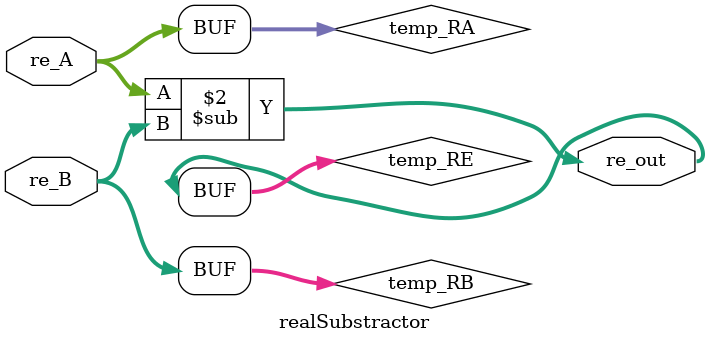
<source format=sv>
`timescale 1ns / 1ps
/*	
   ===================================================================
   Module Name  : Real substactor
      
   Filename     : realSubstractor.v
   Type         : Verilog Module
   
   Description  : 
                  real substactor with independent buses for real and imaginary parts.
                  Input    :  "DATA_WIDTH" length word in 2's complement representation.
                  Output   :  "DATA_WIDTH" length word in 2's complement representation.
                  
                  Designer must take care of overflow. 
                  We recommend to instantiate a "DATA WIDTH" length substactor for "DATA WIDTH-1" length inputs.
                  
   -----------------------------------------------------------------------------
   Clocks      : -
   Reset       : -
   Parameters  :   
         NAME                         Comments                                            Default
         -------------------------------------------------------------------------------------------
         DATA_WIDTH              Number of data bits for inputs and outputs               22 
         -------------------------------------------------------------------------------------------
   Version     : 1.0
   Data        : 14 Nov 2018
   Revision    : -
   Reviser     : -		
   ------------------------------------------------------------------------------
      Modification Log "please register all the modifications in this area"
      (D/M/Y)  
      
   ----------------------
   // Instance template
   ----------------------
   realSubstractor
   #(
      .DATA_WIDTH    ()
   )
   "MODULE_NAME"
   (
       .re_A      (),
       .re_B      (),
       .re_out    ()
   );
*/


module realSubstractor
#(
   parameter DATA_WIDTH = 22
)(
    input  [DATA_WIDTH-1 : 0] re_A,
	 input  [DATA_WIDTH-1 : 0] re_B,
    output [DATA_WIDTH-1 : 0] re_out
);
	
	reg signed [DATA_WIDTH -1: 0] temp_RA;
	reg signed [DATA_WIDTH -1: 0] temp_RB;
	
	wire signed [DATA_WIDTH-1: 0] temp_RE;
	
	always@(re_A, re_B)
	begin
		temp_RA = re_A;
		temp_RB = re_B;
	end 
	
	assign temp_RE = temp_RA - temp_RB;
	
	assign re_out = temp_RE;
endmodule

</source>
